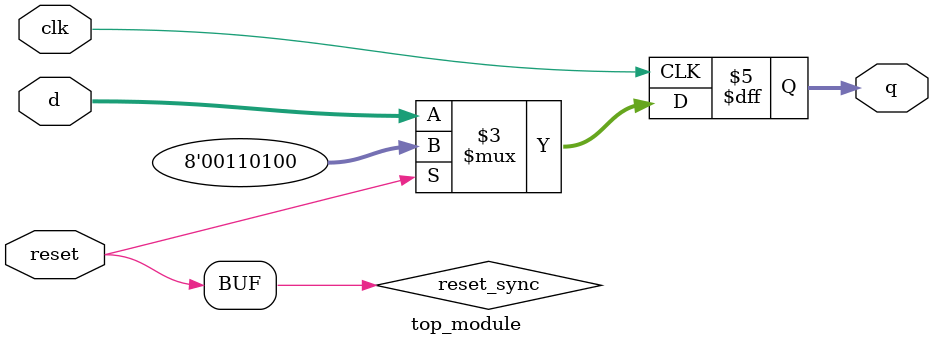
<source format=sv>
module top_module(
	input clk,
	input [7:0] d,
	input reset,
	output reg [7:0] q);

  // Correction: Adding missing wire for synchronous reset signal
  wire reset_sync;

  // Correction: Adding missing negedge clocking block
  always @(negedge clk)
  begin
    // Correction: Implementing synchronous reset
    if (reset_sync)
      q <= 8'b00110100; // Reset value of 0x34
    else
      q <= d;
  end

  // Correction: Adding missing assignment for the synchronous reset signal
  assign reset_sync = reset;

endmodule

</source>
